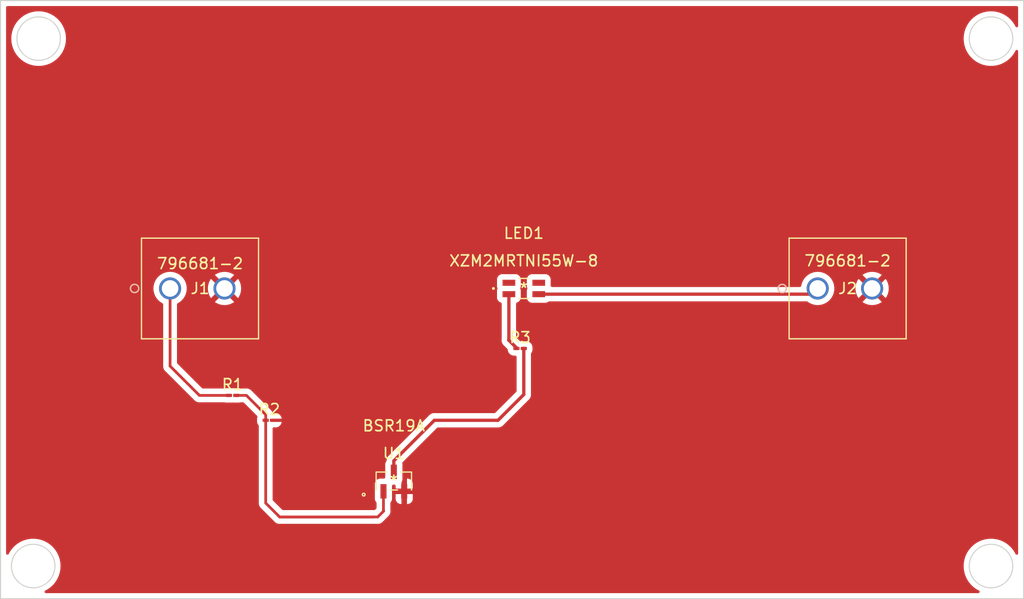
<source format=kicad_pcb>
(kicad_pcb (version 20211014) (generator pcbnew)
  (layers (0 "F.Cu" signal) (31 "B.Cu" signal) (34 "B.Paste" user) (35 "F.Paste" user) (36 "B.SilkS" user "B.Silkscreen") (37 "F.SilkS" user "F.Silkscreen") (38 "B.Mask" user) (39 "F.Mask" user) (44 "Edge.Cuts" user))
  (net 0 "")
  (net 1 "Net-(J1-Pad1)")
  (net 2 "GND")
  (net 3 "Net-(J2-Pad1)")
  (net 4 "Net-(LED1-Pad1)")
  (net 5 "Net-(R1-Pad2)")
  (net 6 "Net-(R3-Pad2)")
  (footprint "Resistor_SMD:R_01005_0402Metric_Pad0.57x0.30mm_HandSolder" (layer "F.Cu") (at 147.7367 131.991)
    (fp_text reference "R3" (at 0 -1) (layer "F.SilkS"))
    (fp_text value "R")
    (pad "1" smd roundrect (at -0.3375 0) (size 0.575 0.3) (layers "F.Cu" "F.Mask") (net 4 "Net-(LED1-Pad1)"))
    (pad "2" smd roundrect (at 0.3375 0) (size 0.575 0.3) (layers "F.Cu" "F.Mask") (net 6 "Net-(R3-Pad2)"))
  )
  (footprint "Resistor_SMD:R_01005_0402Metric_Pad0.57x0.30mm_HandSolder" (layer "F.Cu") (at 124.699701 138.595)
    (fp_text reference "R2" (at 0 -1) (layer "F.SilkS"))
    (fp_text value "R")
    (pad "1" smd roundrect (at -0.3375 0) (size 0.575 0.3) (layers "F.Cu" "F.Mask") (net 5 "Net-(R1-Pad2)"))
    (pad "2" smd roundrect (at 0.3375 0) (size 0.575 0.3) (layers "F.Cu" "F.Mask") (net 2 "GND"))
  )
  (footprint "special_TB:796681-2" (layer "F.Cu") (at 175.0767 126.475)
    (fp_text reference "J2" (at 2.75 0) (layer "F.SilkS"))
    (fp_text value "796681-2" (at 2.75 -2.54) (layer "F.SilkS"))
    (fp_text user "*" (at 0 0) (layer "F.SilkS"))
    (fp_circle (center -3.262 0) (end -2.881 0) (layer "B.SilkS") (width 0.12) (fill none))
    (fp_line (start 8.126999 -4.627001) (end -2.627 -4.627001) (layer "F.SilkS") (width 0.12))
    (fp_line (start -2.627 -4.627001) (end -2.627 4.626999) (layer "F.SilkS") (width 0.12))
    (fp_line (start 8.126999 4.626999) (end 8.126999 -4.627001) (layer "F.SilkS") (width 0.12))
    (fp_line (start -2.627 4.626999) (end 8.126999 4.626999) (layer "F.SilkS") (width 0.12))
    (fp_circle (center -3.262 0) (end -2.881 0) (layer "F.SilkS") (width 0.12) (fill none))
    (pad "1" thru_hole circle (at 0 0) (size 2.032 2.032) (drill 1.524) (layers *.Cu *.Mask) (net 3 "Net-(J2-Pad1)"))
    (pad "2" thru_hole circle (at 5 0) (size 2.032 2.032) (drill 1.524) (layers *.Cu *.Mask) (net 2 "GND"))
  )
  (footprint "special_TB:796681-2" (layer "F.Cu") (at 115.5767 126.475)
    (fp_text reference "J1" (at 2.75 0) (layer "F.SilkS"))
    (fp_text value "796681-2" (at 2.75 -2.286) (layer "F.SilkS"))
    (fp_text user "*" (at 0 0) (layer "F.SilkS"))
    (fp_circle (center -3.262 0) (end -2.881 0) (layer "B.SilkS") (width 0.12) (fill none))
    (fp_line (start 8.126999 -4.627001) (end -2.627 -4.627001) (layer "F.SilkS") (width 0.12))
    (fp_line (start 8.126999 4.626999) (end 8.126999 -4.627001) (layer "F.SilkS") (width 0.12))
    (fp_line (start -2.627 4.626999) (end 8.126999 4.626999) (layer "F.SilkS") (width 0.12))
    (fp_line (start -2.627 -4.627001) (end -2.627 4.626999) (layer "F.SilkS") (width 0.12))
    (fp_circle (center -3.262 0) (end -2.881 0) (layer "F.SilkS") (width 0.12) (fill none))
    (pad "1" thru_hole circle (at 0 0) (size 2.032 2.032) (drill 1.524) (layers *.Cu *.Mask) (net 1 "Net-(J1-Pad1)"))
    (pad "2" thru_hole circle (at 5 0) (size 2.032 2.032) (drill 1.524) (layers *.Cu *.Mask) (net 2 "GND"))
  )
  (footprint "Resistor_SMD:R_01005_0402Metric_Pad0.57x0.30mm_HandSolder" (layer "F.Cu") (at 121.3207 136.309)
    (fp_text reference "R1" (at 0 -1) (layer "F.SilkS"))
    (fp_text value "R")
    (pad "1" smd roundrect (at -0.3375 0) (size 0.575 0.3) (layers "F.Cu" "F.Mask") (net 1 "Net-(J1-Pad1)"))
    (pad "2" smd roundrect (at 0.3375 0) (size 0.575 0.3) (layers "F.Cu" "F.Mask") (net 5 "Net-(R1-Pad2)"))
  )
  (footprint "special_LED:XZM2MRTNI55W-8" (layer "F.Cu") (at 148.0767 126.475)
    (fp_text reference "LED1" (at 0 -5.08) (layer "F.SilkS"))
    (fp_text value "XZM2MRTNI55W-8" (at 0 -2.54) (layer "F.SilkS"))
    (fp_text user "*" (at 0 0) (layer "F.SilkS"))
    (fp_line (start -0.478109 0.9271) (end 0.478109 0.9271) (layer "F.SilkS") (width 0.12))
    (fp_line (start 0.478109 -0.9271) (end -0.478109 -0.9271) (layer "F.SilkS") (width 0.12))
    (fp_circle (center -2.794 0) (end -2.7178 0) (layer "F.SilkS") (width 0.12) (fill none))
    (pad "1" smd rect (at -1.3716 0.525) (size 1.1684 0.5588) (layers "F.Cu" "F.Paste" "F.Mask") (net 4 "Net-(LED1-Pad1)"))
    (pad "2" smd rect (at 1.3716 0.525) (size 1.1684 0.5588) (layers "F.Cu" "F.Paste" "F.Mask") (net 3 "Net-(J2-Pad1)"))
    (pad "3" smd rect (at -1.3716 -0.525) (size 1.1684 0.5588) (layers "F.Cu" "F.Paste" "F.Mask"))
    (pad "4" smd rect (at 1.3716 -0.525) (size 1.1684 0.5588) (layers "F.Cu" "F.Paste" "F.Mask"))
  )
  (footprint "special_transistor:BSR19A" (layer "F.Cu") (at 136.1337 144.183)
    (fp_text reference "U1" (at 0 -2.54) (layer "F.SilkS"))
    (fp_text value "BSR19A" (at 0 -5.08) (layer "F.SilkS"))
    (fp_text user "*" (at 0 0) (layer "F.SilkS"))
    (fp_line (start -0.61214 -0.8255) (end -1.6256 -0.8255) (layer "F.SilkS") (width 0.12))
    (fp_line (start 1.6256 -0.8255) (end 0.61214 -0.8255) (layer "F.SilkS") (width 0.12))
    (fp_line (start 1.6256 0.8255) (end 1.6256 -0.8255) (layer "F.SilkS") (width 0.12))
    (fp_line (start -1.6256 -0.8255) (end -1.6256 0.8255) (layer "F.SilkS") (width 0.12))
    (fp_line (start -0.34036 0.8255) (end 0.34036 0.8255) (layer "F.SilkS") (width 0.12))
    (fp_circle (center -2.7686 1.25) (end -2.6416 1.25) (layer "F.SilkS") (width 0.12) (fill none))
    (pad "1" smd rect (at -0.9525 0.9452) (size 0.5588 1.3208) (layers "F.Cu" "F.Paste" "F.Mask") (net 5 "Net-(R1-Pad2)"))
    (pad "2" smd rect (at 0.9525 0.9452) (size 0.5588 1.3208) (layers "F.Cu" "F.Paste" "F.Mask") (net 2 "GND"))
    (pad "3" smd rect (at 0 -0.84725) (size 0.5588 1.3208) (layers "F.Cu" "F.Paste" "F.Mask") (net 6 "Net-(R3-Pad2)"))
  )
  (gr_circle (center 191 152) (end 193 152) (layer "Edge.Cuts") (width 0.1) (fill none))
  (gr_circle (center 191 103.5) (end 193 103.5) (layer "Edge.Cuts") (width 0.1) (fill none))
  (gr_circle (center 103.5 103.5) (end 105.5 103.5) (layer "Edge.Cuts") (width 0.1) (fill none))
  (gr_circle (center 103 152) (end 105 152) (layer "Edge.Cuts") (width 0.1) (fill none))
  (gr_rect (start 100 100) (end 194 155) (layer "Edge.Cuts") (width 0.1) (fill none))
  (segment (start 118.2727 136.309) (end 120.9832 136.309) (width 0.25) (layer "F.Cu") (net 1))
  (segment (start 115.5767 126.475) (end 115.5767 133.613) (width 0.25) (layer "F.Cu") (net 1))
  (segment (start 115.5767 133.613) (end 118.2727 136.309) (width 0.25) (layer "F.Cu") (net 1))
  (segment (start 174.5517 127) (end 175.0767 126.475) (width 0.3) (layer "F.Cu") (net 3))
  (segment (start 149.4483 127) (end 174.5517 127) (width 0.3) (layer "F.Cu") (net 3))
  (segment (start 147.3992 131.9329) (end 146.6953 131.229) (width 0.3) (layer "F.Cu") (net 4))
  (segment (start 147.3992 131.991) (end 147.3992 131.9329) (width 0.3) (layer "F.Cu") (net 4))
  (segment (start 146.6953 131.229) (end 146.7051 131.2192) (width 0.3) (layer "F.Cu") (net 4))
  (segment (start 146.7051 131.2192) (end 146.7051 127) (width 0.3) (layer "F.Cu") (net 4))
  (segment (start 124.362201 138.595) (end 124.362201 146.208501) (width 0.25) (layer "F.Cu") (net 5))
  (segment (start 134.6557 147.485) (end 135.1891 146.9516) (width 0.25) (layer "F.Cu") (net 5))
  (segment (start 124.362201 138.080501) (end 124.362201 138.595) (width 0.25) (layer "F.Cu") (net 5))
  (segment (start 121.6582 136.309) (end 122.5907 136.309) (width 0.25) (layer "F.Cu") (net 5))
  (segment (start 124.362201 146.208501) (end 125.6387 147.485) (width 0.25) (layer "F.Cu") (net 5))
  (segment (start 125.6387 147.485) (end 134.2747 147.485) (width 0.25) (layer "F.Cu") (net 5))
  (segment (start 135.1891 146.9516) (end 135.1812 146.9437) (width 0.25) (layer "F.Cu") (net 5))
  (segment (start 122.5907 136.309) (end 124.362201 138.080501) (width 0.25) (layer "F.Cu") (net 5))
  (segment (start 125.6387 147.485) (end 134.6557 147.485) (width 0.25) (layer "F.Cu") (net 5))
  (segment (start 135.1812 146.9437) (end 135.1812 145.1282) (width 0.25) (layer "F.Cu") (net 5))
  (segment (start 136.1337 142.324) (end 139.8627 138.595) (width 0.3) (layer "F.Cu") (net 6))
  (segment (start 136.1337 142.324) (end 136.1337 143.33575) (width 0.3) (layer "F.Cu") (net 6))
  (segment (start 148.0742 136.2255) (end 148.0742 131.991) (width 0.3) (layer "F.Cu") (net 6))
  (segment (start 139.8627 138.595) (end 145.7047 138.595) (width 0.3) (layer "F.Cu") (net 6))
  (segment (start 145.7047 138.595) (end 148.0742 136.2255) (width 0.3) (layer "F.Cu") (net 6))
  (zone (net 2) (net_name "GND") (layer "F.Cu") (connect_pads (clearance 0.508)) (min_thickness 0.254) (fill yes (thermal_gap 0.508) (thermal_bridge_width 0.508))
    (polygon (pts (xy 194 155) (xy 100 155) (xy 100 100) (xy 194 100)))
  )
)
</source>
